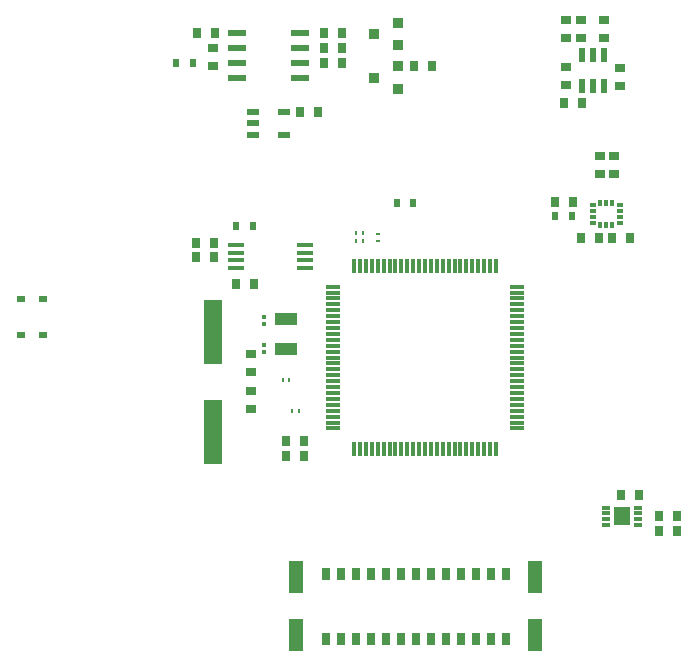
<source format=gtp>
G04*
G04 #@! TF.GenerationSoftware,Altium Limited,Altium Designer,22.1.2 (22)*
G04*
G04 Layer_Color=8421504*
%FSLAX25Y25*%
%MOIN*%
G70*
G04*
G04 #@! TF.SameCoordinates,4AADA1E1-E747-4A0A-B92B-AFF9719D9D6B*
G04*
G04*
G04 #@! TF.FilePolarity,Positive*
G04*
G01*
G75*
%ADD16R,0.03000X0.03500*%
%ADD17R,0.05906X0.21654*%
%ADD18R,0.01181X0.01181*%
%ADD19R,0.03500X0.03000*%
%ADD20R,0.02441X0.04803*%
%ADD21R,0.01457X0.01063*%
%ADD22R,0.02402X0.01378*%
%ADD23R,0.01378X0.02402*%
%ADD24R,0.01181X0.04724*%
%ADD25R,0.04724X0.10630*%
%ADD26R,0.03150X0.04331*%
%ADD27R,0.05709X0.06142*%
%ADD28R,0.02677X0.01181*%
%ADD29R,0.02362X0.03150*%
%ADD30R,0.06102X0.02362*%
%ADD31R,0.04724X0.01181*%
%ADD32R,0.03150X0.02362*%
%ADD33R,0.01063X0.01457*%
%ADD34R,0.07480X0.04331*%
%ADD35R,0.03622X0.03228*%
%ADD36R,0.04331X0.02362*%
%ADD37R,0.05709X0.01772*%
D16*
X-45600Y81400D02*
D03*
X-39600D02*
D03*
X-45619Y86500D02*
D03*
X-39619D02*
D03*
X-3100Y211400D02*
D03*
X2900D02*
D03*
X52800Y199200D02*
D03*
X46800D02*
D03*
X-62400Y138947D02*
D03*
X-56400D02*
D03*
X-75600Y152647D02*
D03*
X-69600D02*
D03*
X66000Y68600D02*
D03*
X72000D02*
D03*
X-41219Y196093D02*
D03*
X-35219D02*
D03*
X58450Y154034D02*
D03*
X52450D02*
D03*
X69000D02*
D03*
X63000D02*
D03*
X43869Y166300D02*
D03*
X49869D02*
D03*
X78700Y56600D02*
D03*
X84700D02*
D03*
Y61600D02*
D03*
X78700D02*
D03*
X-27000Y212353D02*
D03*
X-33000D02*
D03*
Y217353D02*
D03*
X-27000D02*
D03*
X-69600Y147747D02*
D03*
X-75600D02*
D03*
X-33000Y222353D02*
D03*
X-27000D02*
D03*
X-69300D02*
D03*
X-75300D02*
D03*
D17*
X-70000Y122953D02*
D03*
Y89488D02*
D03*
D18*
X-52900Y125335D02*
D03*
Y127697D02*
D03*
Y118597D02*
D03*
Y116235D02*
D03*
D19*
X-57400Y115453D02*
D03*
Y109453D02*
D03*
X60340Y226844D02*
D03*
Y220844D02*
D03*
X52740D02*
D03*
Y226844D02*
D03*
X47440Y220844D02*
D03*
Y226844D02*
D03*
X65600Y210800D02*
D03*
Y204800D02*
D03*
X47440Y205000D02*
D03*
Y211000D02*
D03*
X-69900Y211600D02*
D03*
Y217600D02*
D03*
X-57400Y103253D02*
D03*
Y97253D02*
D03*
X58800Y175353D02*
D03*
Y181353D02*
D03*
X63700Y175353D02*
D03*
Y181353D02*
D03*
D20*
X60280Y204987D02*
D03*
X56540D02*
D03*
X52800D02*
D03*
Y215302D02*
D03*
X56540D02*
D03*
X60280D02*
D03*
D21*
X-15000Y155483D02*
D03*
Y153317D02*
D03*
D22*
X56450Y165068D02*
D03*
Y163099D02*
D03*
Y161131D02*
D03*
Y159162D02*
D03*
X65584D02*
D03*
Y161131D02*
D03*
Y163099D02*
D03*
Y165068D02*
D03*
D23*
X59049Y158532D02*
D03*
X61017D02*
D03*
X62986D02*
D03*
Y165698D02*
D03*
X61017D02*
D03*
X59049D02*
D03*
D24*
X-1369Y144828D02*
D03*
X-3337D02*
D03*
X-5305D02*
D03*
X-13180D02*
D03*
X-15148D02*
D03*
X24222Y83804D02*
D03*
X22253D02*
D03*
X20285D02*
D03*
X18316D02*
D03*
X16348D02*
D03*
X14379D02*
D03*
X12411D02*
D03*
X10442D02*
D03*
X8474D02*
D03*
X6505D02*
D03*
X4537D02*
D03*
X2568D02*
D03*
X600D02*
D03*
X-1369D02*
D03*
X-3337D02*
D03*
X-5305D02*
D03*
X-7274D02*
D03*
X-9243D02*
D03*
X-11211D02*
D03*
X-13180D02*
D03*
X-15148D02*
D03*
X-17117D02*
D03*
X-19085D02*
D03*
X-21054D02*
D03*
X-23022D02*
D03*
Y144828D02*
D03*
X-21054D02*
D03*
X-19085D02*
D03*
X-17117D02*
D03*
X-11211D02*
D03*
X-9243D02*
D03*
X-7274D02*
D03*
X600D02*
D03*
X2568D02*
D03*
X4537D02*
D03*
X6505D02*
D03*
X8474D02*
D03*
X10442D02*
D03*
X12411D02*
D03*
X14379D02*
D03*
X16348D02*
D03*
X18316D02*
D03*
X20285D02*
D03*
X22254D02*
D03*
X24222D02*
D03*
D25*
X37323Y41072D02*
D03*
Y21780D02*
D03*
X-42323Y41072D02*
D03*
Y21780D02*
D03*
D26*
X-32500Y20599D02*
D03*
Y42253D02*
D03*
X-27500Y20599D02*
D03*
X-22500D02*
D03*
X-17500D02*
D03*
X-12500D02*
D03*
X-7500D02*
D03*
X-2500D02*
D03*
X2500D02*
D03*
X7500D02*
D03*
X12500D02*
D03*
X17500D02*
D03*
X22500D02*
D03*
X27500D02*
D03*
X-27500Y42253D02*
D03*
X-22500D02*
D03*
X-17500D02*
D03*
X-12500D02*
D03*
X-7500D02*
D03*
X-2500D02*
D03*
X2500D02*
D03*
X7500D02*
D03*
X12500D02*
D03*
X17500D02*
D03*
X22500D02*
D03*
X27500D02*
D03*
D27*
X66400Y61353D02*
D03*
D28*
X61046Y64306D02*
D03*
Y62337D02*
D03*
Y60369D02*
D03*
Y58400D02*
D03*
X71754D02*
D03*
Y60369D02*
D03*
Y62337D02*
D03*
Y64306D02*
D03*
D29*
X-62406Y158000D02*
D03*
X-56894D02*
D03*
X-8869Y165700D02*
D03*
X-3357D02*
D03*
X49612Y161600D02*
D03*
X44100D02*
D03*
X-82368Y212400D02*
D03*
X-76856D02*
D03*
D30*
X-62230Y217353D02*
D03*
Y212353D02*
D03*
Y207353D02*
D03*
Y222353D02*
D03*
X-40970D02*
D03*
Y217353D02*
D03*
Y212353D02*
D03*
Y207353D02*
D03*
D31*
X31112Y137938D02*
D03*
Y135969D02*
D03*
Y134001D02*
D03*
Y132032D02*
D03*
Y130064D02*
D03*
Y128095D02*
D03*
Y126127D02*
D03*
Y124158D02*
D03*
Y122190D02*
D03*
Y120221D02*
D03*
Y118253D02*
D03*
Y116284D02*
D03*
Y114316D02*
D03*
Y112347D02*
D03*
Y110379D02*
D03*
Y108410D02*
D03*
Y106442D02*
D03*
Y104473D02*
D03*
Y102505D02*
D03*
Y100536D02*
D03*
Y98568D02*
D03*
Y96599D02*
D03*
Y94631D02*
D03*
Y92662D02*
D03*
Y90694D02*
D03*
X-29912D02*
D03*
Y92662D02*
D03*
Y94631D02*
D03*
Y96599D02*
D03*
Y98568D02*
D03*
Y100536D02*
D03*
Y102505D02*
D03*
Y104473D02*
D03*
Y106442D02*
D03*
Y108410D02*
D03*
Y110379D02*
D03*
Y112347D02*
D03*
Y114316D02*
D03*
Y116284D02*
D03*
Y118253D02*
D03*
Y120221D02*
D03*
Y122190D02*
D03*
Y124158D02*
D03*
Y126127D02*
D03*
Y128095D02*
D03*
Y130064D02*
D03*
Y132032D02*
D03*
Y134001D02*
D03*
Y135969D02*
D03*
Y137938D02*
D03*
D32*
X-133943Y133806D02*
D03*
Y121994D02*
D03*
X-126857Y133806D02*
D03*
Y121994D02*
D03*
D33*
X-22283Y155900D02*
D03*
X-20117D02*
D03*
X-22283Y153100D02*
D03*
X-20117D02*
D03*
X-41417Y96353D02*
D03*
X-43583D02*
D03*
X-46785Y106734D02*
D03*
X-44619D02*
D03*
D34*
X-45800Y127037D02*
D03*
Y117194D02*
D03*
D35*
X-16337Y207653D02*
D03*
X-8463Y203913D02*
D03*
Y211393D02*
D03*
X-16337Y222153D02*
D03*
X-8463Y218413D02*
D03*
Y225893D02*
D03*
D36*
X-56718Y196093D02*
D03*
Y192353D02*
D03*
Y188613D02*
D03*
X-46482D02*
D03*
Y196093D02*
D03*
D37*
X-39286Y144146D02*
D03*
Y146705D02*
D03*
Y149264D02*
D03*
Y151823D02*
D03*
X-62514D02*
D03*
Y149264D02*
D03*
Y146705D02*
D03*
Y144146D02*
D03*
M02*

</source>
